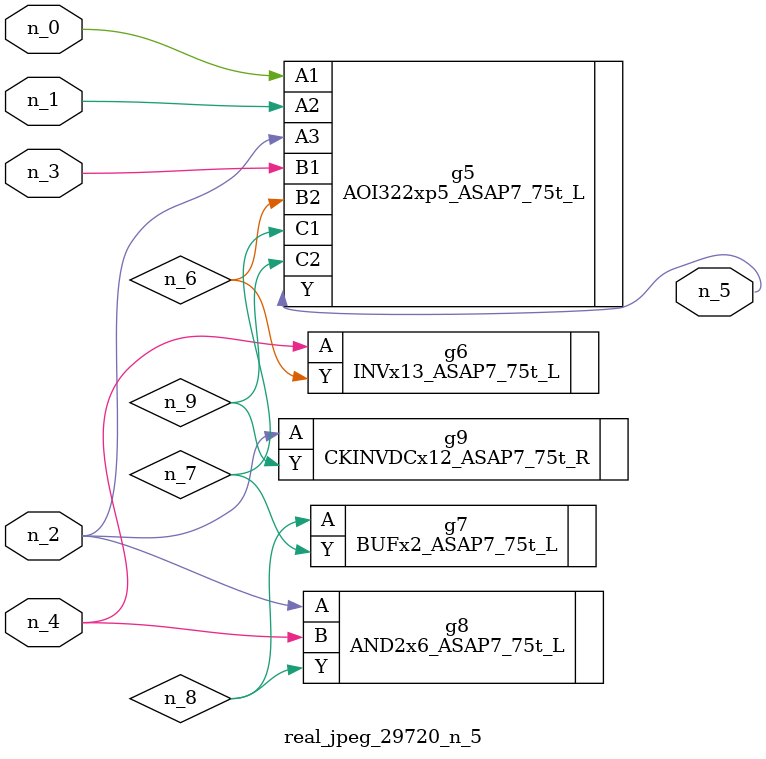
<source format=v>
module real_jpeg_29720_n_5 (n_4, n_0, n_1, n_2, n_3, n_5);

input n_4;
input n_0;
input n_1;
input n_2;
input n_3;

output n_5;

wire n_8;
wire n_6;
wire n_7;
wire n_9;

AOI322xp5_ASAP7_75t_L g5 ( 
.A1(n_0),
.A2(n_1),
.A3(n_2),
.B1(n_3),
.B2(n_6),
.C1(n_7),
.C2(n_9),
.Y(n_5)
);

AND2x6_ASAP7_75t_L g8 ( 
.A(n_2),
.B(n_4),
.Y(n_8)
);

CKINVDCx12_ASAP7_75t_R g9 ( 
.A(n_2),
.Y(n_9)
);

INVx13_ASAP7_75t_L g6 ( 
.A(n_4),
.Y(n_6)
);

BUFx2_ASAP7_75t_L g7 ( 
.A(n_8),
.Y(n_7)
);


endmodule
</source>
